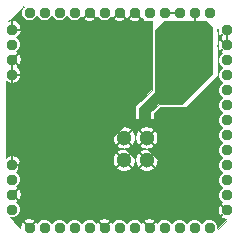
<source format=gbr>
%FSLAX23Y23*%
%MOMM*%
G04 EasyPC Gerber Version 16.0.6 Build 3249 *
%ADD10C,0.10000*%
%ADD80C,0.12700*%
%ADD107C,0.15000*%
%ADD99C,0.60000*%
%ADD128C,0.95000*%
%ADD117C,1.30000*%
X0Y0D02*
D02*
D10*
X8500Y8717D02*
G75*
G02X9000Y8900I500J-592D01*
G01*
G75*
G02X9389Y7455J-775*
G01*
G75*
G02Y6255I-389J-600*
G01*
G75*
G02Y4915I-389J-670*
G01*
G75*
G02X9000Y3600I-389J-600*
G01*
G75*
G02X8861Y3614I0J715*
G01*
X9695Y2780*
G75*
G02X11140Y3164I775J-5*
G01*
G75*
G02X12375Y3104I600J-389*
G01*
G75*
G02X13645I635J-329*
G01*
G75*
G02X14915I635J-329*
G01*
G75*
G02X16150Y3164I635J-329*
G01*
G75*
G02X17490I670J-389*
G01*
G75*
G02X18725Y3104I600J-389*
G01*
G75*
G02X19960Y3164I635J-329*
G01*
G75*
G02X21300I670J-389*
G01*
G75*
G02X22535Y3104I600J-389*
G01*
G75*
G02X23805I635J-329*
G01*
G75*
G02X25075I635J-329*
G01*
G75*
G02X26421Y2696I635J-329*
G01*
X27185Y3460*
G75*
G02X27180I-3J774*
G01*
G75*
G02X26791Y4905J775*
G01*
G75*
G02X26851Y6140I389J600*
G01*
G75*
G02Y7410I329J635*
G01*
G75*
G02Y8680I329J635*
G01*
G75*
G02Y9950I329J635*
G01*
G75*
G02Y11220I329J635*
G01*
G75*
G02Y12490I329J635*
G01*
G75*
G02Y13760I329J635*
G01*
G75*
G02Y15030I329J635*
G01*
G75*
G02Y16300I329J635*
G01*
G75*
G02X26791Y17535I329J635*
G01*
G75*
G02X26736Y18840I389J670*
G01*
G75*
G02X26405Y19475I444J635*
G01*
G75*
G02X26413Y19588I775J0*
G01*
X26400Y19575*
Y15675*
X23700Y12975*
X21500*
X21000Y12475*
Y11975*
X19400*
Y13075*
X20800Y14475*
Y20275*
X20200*
X19965Y20510*
G75*
G02X18725Y20551I-605J485*
G01*
G75*
G02X17420Y20606I-635J444*
G01*
G75*
G02X16220I-600J389*
G01*
G75*
G02X14880I-670J389*
G01*
G75*
G02X13645Y20666I-600J389*
G01*
G75*
G02X12375I-635J329*
G01*
G75*
G02X11105I-635J329*
G01*
G75*
G02X10470Y20280I-635J329*
G01*
G75*
G02X9961Y21498J715*
G01*
X9923*
X8691Y20266*
G75*
G02X9389Y18885I309J-711*
G01*
G75*
G02Y17685I-389J-600*
G01*
G75*
G02X9444Y16380I-389J-670*
G01*
G75*
G02X9000Y14970I-444J-635*
G01*
G75*
G02X8500Y15153I0J775*
G01*
Y8717*
X18500Y9425D02*
G75*
G02Y11325J950D01*
G01*
G75*
G02X19450Y10375J-950*
G01*
G75*
G02X18500Y9425I-950*
G01*
G75*
G02X19450Y8475J-950*
G01*
G75*
G02X18500Y7525I-950*
G01*
G75*
G02Y9425J950*
G01*
X19450Y8475D02*
G75*
G02X20400Y9425I950D01*
G01*
G75*
G02Y7525J-950*
G01*
G75*
G02X19450Y8475J950*
G01*
Y10375D02*
G75*
G02X20400Y11325I950D01*
G01*
G75*
G02Y9425J-950*
G01*
G75*
G02X19450Y10375J950*
G01*
X8500D02*
G36*
Y8717D01*
G75*
G02X9000Y8900I500J-592*
G01*
G75*
G02X9691Y8475J-775*
G01*
X17550*
G75*
G02X18500Y9425I950*
G01*
G75*
G02X17550Y10375J950*
G01*
X8500*
G37*
X18500Y9425D02*
G36*
G75*
G02X19450Y8475J-950D01*
G01*
G75*
G02X20400Y9425I950*
G01*
G75*
G02X19450Y10375J950*
G01*
G75*
G02X18500Y9425I-950*
G01*
G37*
X20400D02*
G36*
G75*
G02X21350Y8475J-950D01*
G01*
X26609*
G75*
G02X26851Y8680I571J-430*
G01*
G75*
G02Y9950I329J635*
G01*
G75*
G02X26497Y10375I329J635*
G01*
X21350*
G75*
G02X20400Y9425I-950*
G01*
G37*
X17550Y10375D02*
G36*
G75*
G02X18500Y11325I950D01*
G01*
G75*
G02X19450Y10375J-950*
G01*
G75*
G02X20400Y11325I950*
G01*
G75*
G02X21350Y10375J-950*
G01*
X26497*
G75*
G02X26851Y11220I683J210*
G01*
G75*
G02Y12490I329J635*
G01*
G75*
G02Y13760I329J635*
G01*
G75*
G02Y15030I329J635*
G01*
G75*
G02Y16300I329J635*
G01*
G75*
G02X26791Y17535I329J635*
G01*
G75*
G02X26736Y18840I389J670*
G01*
G75*
G02X26405Y19475I444J635*
G01*
G75*
G02X26413Y19588I775J0*
G01*
X26400Y19575*
Y15675*
X23700Y12975*
X21500*
X21000Y12475*
Y11975*
X19400*
Y13075*
X20800Y14475*
Y20275*
X20200*
X19965Y20510*
G75*
G02X18725Y20551I-605J485*
G01*
G75*
G02X17420Y20606I-635J444*
G01*
G75*
G02X16220I-600J389*
G01*
G75*
G02X14880I-670J389*
G01*
G75*
G02X13645Y20666I-600J389*
G01*
G75*
G02X12375I-635J329*
G01*
G75*
G02X11105I-635J329*
G01*
G75*
G02X10470Y20280I-635J329*
G01*
G75*
G02X9961Y21498J715*
G01*
X9923*
X8691Y20266*
G75*
G02X9389Y18885I309J-711*
G01*
G75*
G02Y17685I-389J-600*
G01*
G75*
G02X9444Y16380I-389J-670*
G01*
G75*
G02X9000Y14970I-444J-635*
G01*
G75*
G02X8500Y15153I0J775*
G01*
Y10375*
X17550*
G37*
X9691Y8475D02*
G36*
G75*
G02X9389Y7455I-692J-350D01*
G01*
G75*
G02Y6255I-389J-600*
G01*
G75*
G02Y4915I-389J-670*
G01*
G75*
G02X9000Y3600I-389J-600*
G01*
G75*
G02X8861Y3614I0J715*
G01*
X9695Y2780*
G75*
G02X11140Y3164I775J-5*
G01*
G75*
G02X12375Y3104I600J-389*
G01*
G75*
G02X13645I635J-329*
G01*
G75*
G02X14915I635J-329*
G01*
G75*
G02X16150Y3164I635J-329*
G01*
G75*
G02X17490I670J-389*
G01*
G75*
G02X18725Y3104I600J-389*
G01*
G75*
G02X19960Y3164I635J-329*
G01*
G75*
G02X21300I670J-389*
G01*
G75*
G02X22535Y3104I600J-389*
G01*
G75*
G02X23805I635J-329*
G01*
G75*
G02X25075I635J-329*
G01*
G75*
G02X26421Y2696I635J-329*
G01*
X27185Y3460*
G75*
G02X27180I-3J774*
G01*
G75*
G02X26791Y4905J775*
G01*
G75*
G02X26851Y6140I389J600*
G01*
G75*
G02Y7410I329J635*
G01*
G75*
G02X26609Y8475I329J635*
G01*
X21350*
G75*
G02X20400Y7525I-950*
G01*
G75*
G02X19450Y8475J950*
G01*
G75*
G02X18500Y7525I-950*
G01*
G75*
G02X17550Y8475J950*
G01*
X9691*
G37*
X21100Y19475D02*
Y14275D01*
X19700Y12875*
Y11875*
X20600*
X20700Y11975*
Y12575*
X21400Y13275*
X23400*
X25900Y15775*
Y19775*
X25400Y20275*
X21900*
X21100Y19475*
G36*
Y14275*
X19700Y12875*
Y11875*
X20600*
X20700Y11975*
Y12575*
X21400Y13275*
X23400*
X25900Y15775*
Y19775*
X25400Y20275*
X21900*
X21100Y19475*
G37*
D02*
D80*
X9000Y8537D02*
Y8914D01*
Y15334D02*
Y14957D01*
Y19967D02*
Y20344D01*
X9291Y5294D02*
X9558Y5027D01*
X9291Y5876D02*
X9558Y6143D01*
X9291Y16724D02*
X9558Y16457D01*
X9291Y17306D02*
X9558Y17573D01*
X9412Y8125D02*
X9789D01*
X9412Y15745D02*
X9789D01*
X9412Y19555D02*
X9789D01*
X10179Y3066D02*
X9912Y3333D01*
X10761Y3066D02*
X11028Y3333D01*
X15259Y20704D02*
X14992Y20437D01*
X15841Y20704D02*
X16108Y20437D01*
X16529Y3066D02*
X16262Y3333D01*
X17111Y3066D02*
X17378Y3333D01*
X17799Y20704D02*
X17532Y20437D01*
X18085Y8060D02*
X17819Y7794D01*
X18085Y8890D02*
X17819Y9156D01*
X18085Y9960D02*
X17819Y9694D01*
X18085Y10790D02*
X17819Y11056D01*
X18381Y20704D02*
X18648Y20437D01*
X18915Y8060D02*
X19181Y7794D01*
X18915Y8890D02*
X19181Y9156D01*
X18915Y9960D02*
X19181Y9694D01*
X18915Y10790D02*
X19181Y11056D01*
X19069Y20704D02*
X18802Y20437D01*
X19651Y20704D02*
X19918Y20437D01*
X19985Y8060D02*
X19719Y7794D01*
X19985Y8890D02*
X19719Y9156D01*
X19985Y9960D02*
X19719Y9694D01*
X19985Y10790D02*
X19719Y11056D01*
X20339Y3066D02*
X20072Y3333D01*
X20815Y8060D02*
X21081Y7794D01*
X20815Y8890D02*
X21081Y9156D01*
X20815Y9960D02*
X21081Y9694D01*
X20815Y10790D02*
X21081Y11056D01*
X20921Y3066D02*
X21188Y3333D01*
X26889Y3944D02*
X26622Y3677D01*
X26889Y4526D02*
X26622Y4793D01*
X26889Y17914D02*
X26622Y17647D01*
X26889Y18496D02*
X26622Y18763D01*
X26889Y19184D02*
X26622Y18917D01*
D02*
D99*
X10400Y15875D03*
X12300Y15775D03*
X12350Y16975D03*
X13200Y9275D03*
X13400Y15475D03*
X13500Y6275D03*
X15200Y9775D03*
X16000Y11875D03*
X17950Y16675D03*
X19800D03*
X25750Y4176D03*
D02*
D107*
X9000Y17015D02*
Y15745D01*
X21900Y20995D02*
X23170D01*
X24440D02*
X24450D01*
Y20025*
X24633Y19842*
X27180Y19475D02*
Y18205D01*
D02*
D117*
X18500Y8475D03*
Y10375D03*
X20400Y8475D03*
Y10375D03*
D02*
D128*
X9000Y4315D03*
Y5585D03*
Y6855D03*
Y8125D03*
Y15745D03*
Y17015D03*
Y18285D03*
Y19555D03*
X10470Y2775D03*
Y20995D03*
X11740Y2775D03*
Y20995D03*
X13010Y2775D03*
Y20995D03*
X14280Y2775D03*
Y20995D03*
X15550Y2775D03*
Y20995D03*
X16820Y2775D03*
Y20995D03*
X18090Y2775D03*
Y20995D03*
X19360Y2775D03*
Y20995D03*
X20630Y2775D03*
Y20995D03*
X21900Y2775D03*
Y20995D03*
X23170Y2775D03*
Y20995D03*
X24440Y2775D03*
Y20995D03*
X25710Y2775D03*
Y20995D03*
X27180Y4235D03*
Y5505D03*
Y6775D03*
Y8045D03*
Y9315D03*
Y10585D03*
Y11855D03*
Y13125D03*
Y14395D03*
Y15665D03*
Y16935D03*
Y18205D03*
Y19475D03*
X0Y0D02*
M02*

</source>
